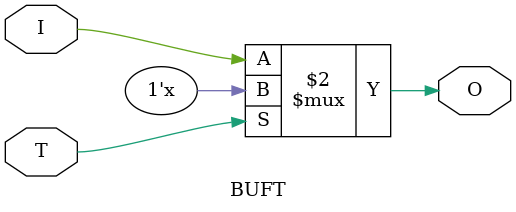
<source format=v>
module BUFT (
	input I,
	output O,
	input T
);
	assign O =  ~T ? I: 1'bz;

endmodule

</source>
